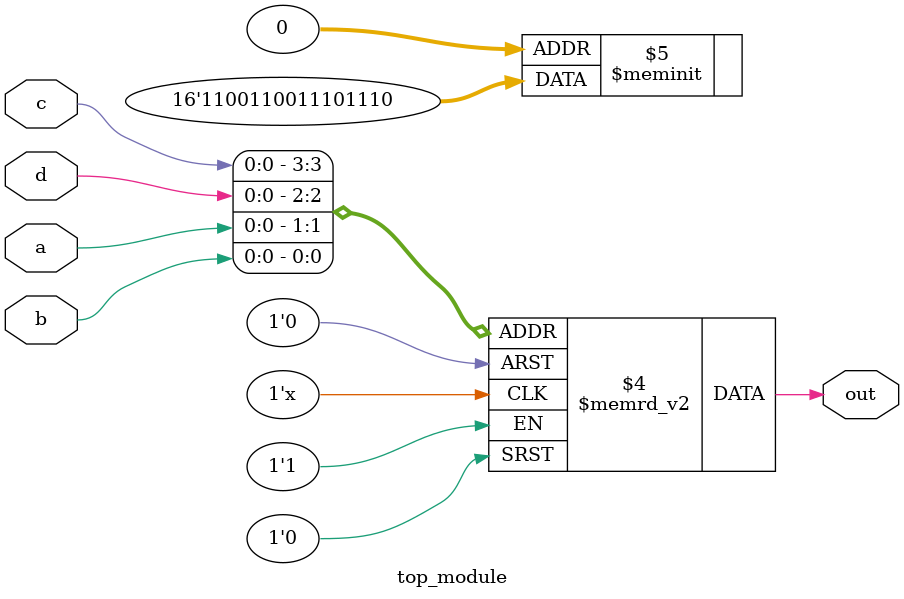
<source format=sv>
module top_module (
    input a, 
    input b,
    input c,
    input d,
    output reg out
);

always @(*) begin
    case ({c, d, a, b})
        4'b0001,        // cd=00, ab=01
        4'b0010,        // cd=00, ab=10
        4'b0011,        // cd=00, ab=11
        4'b0101,        // cd=01, ab=01
        4'b0110, 4'b0111, // cd=01, ab=10,11
        4'b1010, 4'b1011, // cd=10, ab=10,11
        4'b1110, 4'b1111: // cd=11, ab=10,11
        out = 1;
        default: out = 0;
    endcase
end

endmodule

</source>
